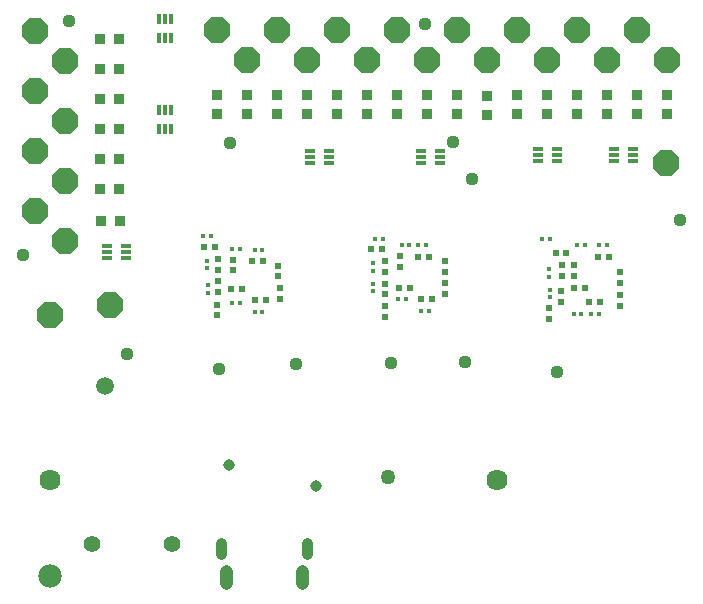
<source format=gbr>
G04 EAGLE Gerber RS-274X export*
G75*
%MOMM*%
%FSLAX34Y34*%
%LPD*%
%INSoldermask Bottom*%
%IPPOS*%
%AMOC8*
5,1,8,0,0,1.08239X$1,22.5*%
G01*
%ADD10R,0.620000X0.600000*%
%ADD11R,0.600000X0.620000*%
%ADD12R,0.460000X0.420000*%
%ADD13R,0.420000X0.460000*%
%ADD14P,2.336880X8X22.500000*%
%ADD15R,0.300000X0.914400*%
%ADD16R,0.300000X0.904000*%
%ADD17R,0.914400X0.300000*%
%ADD18R,0.904000X0.300000*%
%ADD19R,0.950000X0.900000*%
%ADD20R,0.900000X0.950000*%
%ADD21C,1.400000*%
%ADD22C,0.910000*%
%ADD23C,1.065000*%
%ADD24C,1.785000*%
%ADD25C,1.980000*%
%ADD26C,1.125000*%
%ADD27C,1.500000*%
%ADD28C,0.975000*%
%ADD29C,1.275000*%


D10*
X-141224Y256060D03*
X-141224Y246860D03*
X-131064Y261338D03*
X-131064Y270538D03*
X-229870Y268196D03*
X-229870Y277396D03*
X-369570Y264132D03*
X-369570Y273332D03*
X-81534Y267490D03*
X-81534Y258290D03*
D11*
X-291874Y306324D03*
X-282674Y306324D03*
X-111224Y273050D03*
X-120424Y273050D03*
D10*
X-120396Y283436D03*
X-120396Y292636D03*
D11*
X-433352Y308102D03*
X-424152Y308102D03*
D10*
X-130810Y283690D03*
X-130810Y292890D03*
D11*
X-107470Y261874D03*
X-98270Y261874D03*
X-259306Y273558D03*
X-268506Y273558D03*
D10*
X-280162Y287246D03*
X-280162Y296446D03*
X-280162Y258092D03*
X-280162Y248892D03*
D11*
X-243050Y299466D03*
X-252250Y299466D03*
D10*
X-280162Y267942D03*
X-280162Y277142D03*
D11*
X-249710Y263906D03*
X-240510Y263906D03*
D10*
X-267970Y291056D03*
X-267970Y300256D03*
X-421386Y289024D03*
X-421386Y298224D03*
X-422910Y259362D03*
X-422910Y250162D03*
X-421386Y269974D03*
X-421386Y279174D03*
D11*
X-384020Y296672D03*
X-393220Y296672D03*
X-401800Y272542D03*
X-411000Y272542D03*
D10*
X-81534Y277340D03*
X-81534Y286540D03*
X-408940Y288262D03*
X-408940Y297462D03*
D11*
X-390680Y263652D03*
X-381480Y263652D03*
D10*
X-229870Y287246D03*
X-229870Y296446D03*
D12*
X-249680Y253746D03*
X-243080Y253746D03*
X-140718Y314960D03*
X-147318Y314960D03*
D13*
X-140970Y265432D03*
X-140970Y272032D03*
D12*
X-403100Y261112D03*
X-409700Y261112D03*
D13*
X-141478Y282704D03*
X-141478Y289304D03*
D12*
X-111254Y309880D03*
X-117854Y309880D03*
D11*
X-135918Y303022D03*
X-126718Y303022D03*
D12*
X-105662Y251714D03*
X-99062Y251714D03*
X-245620Y309626D03*
X-252220Y309626D03*
X-262384Y264160D03*
X-268984Y264160D03*
X-259590Y309626D03*
X-266190Y309626D03*
X-282196Y315214D03*
X-288796Y315214D03*
D13*
X-290322Y287784D03*
X-290322Y294384D03*
X-290576Y270512D03*
X-290576Y277112D03*
D12*
X-114048Y251714D03*
X-120648Y251714D03*
D11*
X-90904Y299720D03*
X-100104Y299720D03*
D12*
X-92204Y309880D03*
X-98804Y309880D03*
X-403100Y306832D03*
X-409700Y306832D03*
X-390650Y253492D03*
X-384050Y253492D03*
D13*
X-431038Y290070D03*
X-431038Y296670D03*
D12*
X-427484Y317246D03*
X-434084Y317246D03*
D13*
X-430530Y269242D03*
X-430530Y275842D03*
D12*
X-384050Y305562D03*
X-390650Y305562D03*
D10*
X-370840Y283182D03*
X-370840Y292382D03*
D14*
X-41910Y466598D03*
X-67310Y491998D03*
X-295910Y466598D03*
X-321310Y491998D03*
X-346710Y466598D03*
X-372110Y491998D03*
X-397510Y466598D03*
X-422910Y491998D03*
X-576834Y491236D03*
X-551434Y465836D03*
X-576834Y440436D03*
X-551434Y415036D03*
X-92710Y466598D03*
X-576834Y389636D03*
X-551434Y364236D03*
X-576834Y338836D03*
X-551434Y313436D03*
X-118110Y491998D03*
X-143510Y466598D03*
X-168910Y491998D03*
X-194310Y466598D03*
X-219710Y491998D03*
X-245110Y466598D03*
X-270510Y491998D03*
D15*
X-461852Y485034D03*
D16*
X-466852Y485034D03*
X-471852Y485034D03*
X-471852Y500994D03*
X-466852Y500994D03*
X-461852Y500994D03*
D15*
X-461598Y408326D03*
D16*
X-466598Y408326D03*
X-471598Y408326D03*
X-471598Y424286D03*
X-466598Y424286D03*
X-461598Y424286D03*
D17*
X-86466Y380826D03*
D18*
X-86466Y385826D03*
X-86466Y390826D03*
X-70506Y390826D03*
X-70506Y385826D03*
X-70506Y380826D03*
D17*
X-150982Y380826D03*
D18*
X-150982Y385826D03*
X-150982Y390826D03*
X-135022Y390826D03*
X-135022Y385826D03*
X-135022Y380826D03*
D17*
X-250042Y379556D03*
D18*
X-250042Y384556D03*
X-250042Y389556D03*
X-234082Y389556D03*
X-234082Y384556D03*
X-234082Y379556D03*
D17*
X-344022Y379048D03*
D18*
X-344022Y384048D03*
X-344022Y389048D03*
X-328062Y389048D03*
X-328062Y384048D03*
X-328062Y379048D03*
D19*
X-372110Y436498D03*
X-372110Y420498D03*
X-397510Y436498D03*
X-397510Y420498D03*
X-346710Y436498D03*
X-346710Y420498D03*
X-321310Y436498D03*
X-321310Y420498D03*
X-295910Y436498D03*
X-295910Y420498D03*
X-270510Y436498D03*
X-270510Y420498D03*
X-245110Y436498D03*
X-245110Y420498D03*
X-219710Y436498D03*
X-219710Y420498D03*
X-194056Y436244D03*
X-194056Y420244D03*
X-168910Y436498D03*
X-168910Y420498D03*
X-143510Y436498D03*
X-143510Y420498D03*
D20*
X-521080Y330200D03*
X-505080Y330200D03*
D19*
X-118110Y436498D03*
X-118110Y420498D03*
X-92710Y436498D03*
X-92710Y420498D03*
X-67056Y436752D03*
X-67056Y420752D03*
X-41910Y436498D03*
X-41910Y420498D03*
D20*
X-521334Y357378D03*
X-505334Y357378D03*
X-521334Y382778D03*
X-505334Y382778D03*
X-521334Y408178D03*
X-505334Y408178D03*
X-521334Y433578D03*
X-505334Y433578D03*
X-521334Y458978D03*
X-505334Y458978D03*
X-521334Y484378D03*
X-505334Y484378D03*
D19*
X-422910Y436498D03*
X-422910Y420498D03*
D14*
X-42418Y378968D03*
X-564388Y250444D03*
D17*
X-499512Y308784D03*
D18*
X-499512Y303784D03*
X-499512Y298784D03*
X-515472Y298784D03*
X-515472Y303784D03*
X-515472Y308784D03*
D21*
X-528284Y56922D03*
X-460284Y56922D03*
D22*
X-418928Y57252D02*
X-418928Y48152D01*
X-346628Y48152D02*
X-346628Y57252D01*
D23*
X-350228Y34027D02*
X-350228Y23377D01*
X-415328Y23377D02*
X-415328Y34027D01*
D24*
X-563626Y110490D03*
X-185426Y110490D03*
D25*
X-563626Y29490D03*
D14*
X-513080Y259334D03*
D26*
X-411988Y396240D03*
X-207010Y366014D03*
X-223012Y397256D03*
X-586486Y301752D03*
X-30480Y330708D03*
X-246126Y497078D03*
X-547624Y499872D03*
X-498602Y217170D03*
X-420878Y204724D03*
X-355600Y209296D03*
X-275336Y210058D03*
X-212852Y210820D03*
X-134366Y202184D03*
D27*
X-517652Y190500D03*
D28*
X-338836Y105664D03*
X-412743Y123502D03*
D29*
X-278130Y113284D03*
M02*

</source>
